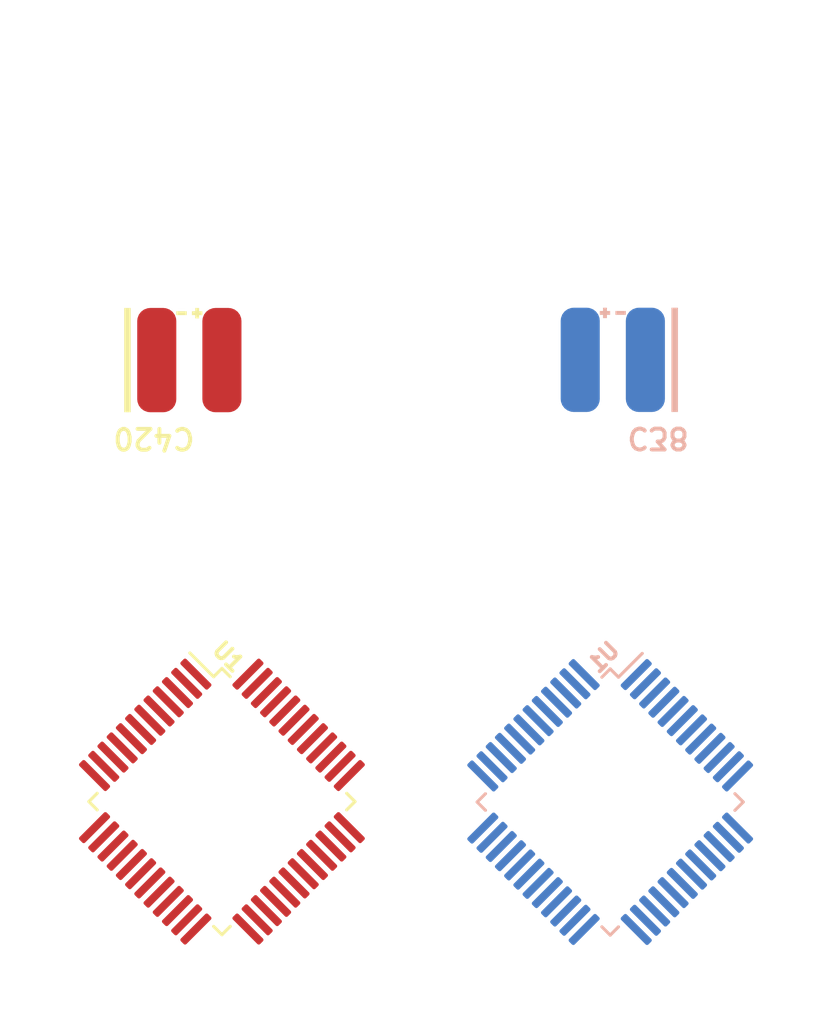
<source format=kicad_pcb>
(kicad_pcb (version 20221018) (generator pcbnew)
  (layers (0 "F.Cu" signal) (31 "B.Cu" signal) (34 "B.Paste" user) (35 "F.Paste" user) (36 "B.SilkS" user "B.Silkscreen") (37 "F.SilkS" user "F.Silkscreen") (38 "B.Mask" user) (39 "F.Mask" user) (44 "Edge.Cuts" user))
  (net 0 "")
  (net 1 "GND")
  (net 2 "+5V")
  (footprint "Package_QFP:LQFP-48_7x7mm_P0.5mm" (layer "F.Cu") (at 108.560109 121.713445 -45)
    (fp_text reference "U1" (at -3.747666 -4.101219 135) (layer "F.SilkS") (effects (font (size 0.6 0.6))))
    (fp_text value "MaxLinear_XR22417-48")
    (fp_line (start -3.61 -3.61) (end -3.61 -3.16) (stroke (width 0.12)) (layer "F.SilkS"))
    (fp_line (start -3.61 -3.16) (end -4.9 -3.16) (stroke (width 0.12)) (layer "F.SilkS"))
    (fp_line (start -3.61 3.61) (end -3.61 3.16) (stroke (width 0.12)) (layer "F.SilkS"))
    (fp_line (start -3.16 -3.61) (end -3.61 -3.61) (stroke (width 0.12)) (layer "F.SilkS"))
    (fp_line (start -3.16 3.61) (end -3.61 3.61) (stroke (width 0.12)) (layer "F.SilkS"))
    (fp_line (start 3.16 -3.61) (end 3.61 -3.61) (stroke (width 0.12)) (layer "F.SilkS"))
    (fp_line (start 3.16 3.61) (end 3.61 3.61) (stroke (width 0.12)) (layer "F.SilkS"))
    (fp_line (start 3.61 -3.61) (end 3.61 -3.16) (stroke (width 0.12)) (layer "F.SilkS"))
    (fp_line (start 3.61 3.61) (end 3.61 3.16) (stroke (width 0.12)) (layer "F.SilkS"))
    (pad "1" smd roundrect (at -4.1625 -2.75 315) (size 1.475 0.3) (layers "F.Cu" "F.Paste" "F.Mask"))
    (pad "2" smd roundrect (at -4.1625 -2.25 315) (size 1.475 0.3) (layers "F.Cu" "F.Paste" "F.Mask"))
    (pad "3" smd roundrect (at -4.1625 -1.75 315) (size 1.475 0.3) (layers "F.Cu" "F.Paste" "F.Mask"))
    (pad "4" smd roundrect (at -4.1625 -1.25 315) (size 1.475 0.3) (layers "F.Cu" "F.Paste" "F.Mask"))
    (pad "5" smd roundrect (at -4.1625 -0.75 315) (size 1.475 0.3) (layers "F.Cu" "F.Paste" "F.Mask"))
    (pad "6" smd roundrect (at -4.1625 -0.25 315) (size 1.475 0.3) (layers "F.Cu" "F.Paste" "F.Mask"))
    (pad "7" smd roundrect (at -4.1625 0.25 315) (size 1.475 0.3) (layers "F.Cu" "F.Paste" "F.Mask"))
    (pad "8" smd roundrect (at -4.1625 0.75 315) (size 1.475 0.3) (layers "F.Cu" "F.Paste" "F.Mask"))
    (pad "9" smd roundrect (at -4.1625 1.25 315) (size 1.475 0.3) (layers "F.Cu" "F.Paste" "F.Mask"))
    (pad "10" smd roundrect (at -4.1625 1.75 315) (size 1.475 0.3) (layers "F.Cu" "F.Paste" "F.Mask"))
    (pad "11" smd roundrect (at -4.1625 2.25 315) (size 1.475 0.3) (layers "F.Cu" "F.Paste" "F.Mask"))
    (pad "12" smd roundrect (at -4.1625 2.75 315) (size 1.475 0.3) (layers "F.Cu" "F.Paste" "F.Mask"))
    (pad "13" smd roundrect (at -2.75 4.1625 315) (size 0.3 1.475) (layers "F.Cu" "F.Paste" "F.Mask"))
    (pad "14" smd roundrect (at -2.25 4.1625 315) (size 0.3 1.475) (layers "F.Cu" "F.Paste" "F.Mask"))
    (pad "15" smd roundrect (at -1.75 4.1625 315) (size 0.3 1.475) (layers "F.Cu" "F.Paste" "F.Mask"))
    (pad "16" smd roundrect (at -1.25 4.1625 315) (size 0.3 1.475) (layers "F.Cu" "F.Paste" "F.Mask"))
    (pad "17" smd roundrect (at -0.75 4.1625 315) (size 0.3 1.475) (layers "F.Cu" "F.Paste" "F.Mask"))
    (pad "18" smd roundrect (at -0.25 4.1625 315) (size 0.3 1.475) (layers "F.Cu" "F.Paste" "F.Mask"))
    (pad "19" smd roundrect (at 0.25 4.1625 315) (size 0.3 1.475) (layers "F.Cu" "F.Paste" "F.Mask"))
    (pad "20" smd roundrect (at 0.75 4.1625 315) (size 0.3 1.475) (layers "F.Cu" "F.Paste" "F.Mask"))
    (pad "21" smd roundrect (at 1.25 4.1625 315) (size 0.3 1.475) (layers "F.Cu" "F.Paste" "F.Mask"))
    (pad "22" smd roundrect (at 1.75 4.1625 315) (size 0.3 1.475) (layers "F.Cu" "F.Paste" "F.Mask"))
    (pad "23" smd roundrect (at 2.25 4.1625 315) (size 0.3 1.475) (layers "F.Cu" "F.Paste" "F.Mask"))
    (pad "24" smd roundrect (at 2.75 4.1625 315) (size 0.3 1.475) (layers "F.Cu" "F.Paste" "F.Mask"))
    (pad "25" smd roundrect (at 4.1625 2.75 315) (size 1.475 0.3) (layers "F.Cu" "F.Paste" "F.Mask"))
    (pad "26" smd roundrect (at 4.1625 2.25 315) (size 1.475 0.3) (layers "F.Cu" "F.Paste" "F.Mask"))
    (pad "27" smd roundrect (at 4.1625 1.75 315) (size 1.475 0.3) (layers "F.Cu" "F.Paste" "F.Mask"))
    (pad "28" smd roundrect (at 4.1625 1.25 315) (size 1.475 0.3) (layers "F.Cu" "F.Paste" "F.Mask"))
    (pad "29" smd roundrect (at 4.1625 0.75 315) (size 1.475 0.3) (layers "F.Cu" "F.Paste" "F.Mask"))
    (pad "30" smd roundrect (at 4.1625 0.25 315) (size 1.475 0.3) (layers "F.Cu" "F.Paste" "F.Mask"))
    (pad "31" smd roundrect (at 4.1625 -0.25 315) (size 1.475 0.3) (layers "F.Cu" "F.Paste" "F.Mask"))
    (pad "32" smd roundrect (at 4.1625 -0.75 315) (size 1.475 0.3) (layers "F.Cu" "F.Paste" "F.Mask"))
    (pad "33" smd roundrect (at 4.1625 -1.25 315) (size 1.475 0.3) (layers "F.Cu" "F.Paste" "F.Mask"))
    (pad "34" smd roundrect (at 4.1625 -1.75 315) (size 1.475 0.3) (layers "F.Cu" "F.Paste" "F.Mask"))
    (pad "35" smd roundrect (at 4.1625 -2.25 315) (size 1.475 0.3) (layers "F.Cu" "F.Paste" "F.Mask"))
    (pad "36" smd roundrect (at 4.1625 -2.75 315) (size 1.475 0.3) (layers "F.Cu" "F.Paste" "F.Mask"))
    (pad "37" smd roundrect (at 2.75 -4.1625 315) (size 0.3 1.475) (layers "F.Cu" "F.Paste" "F.Mask"))
    (pad "38" smd roundrect (at 2.25 -4.1625 315) (size 0.3 1.475) (layers "F.Cu" "F.Paste" "F.Mask"))
    (pad "39" smd roundrect (at 1.75 -4.1625 315) (size 0.3 1.475) (layers "F.Cu" "F.Paste" "F.Mask"))
    (pad "40" smd roundrect (at 1.25 -4.1625 315) (size 0.3 1.475) (layers "F.Cu" "F.Paste" "F.Mask"))
    (pad "41" smd roundrect (at 0.75 -4.1625 315) (size 0.3 1.475) (layers "F.Cu" "F.Paste" "F.Mask"))
    (pad "42" smd roundrect (at 0.25 -4.1625 315) (size 0.3 1.475) (layers "F.Cu" "F.Paste" "F.Mask"))
    (pad "43" smd roundrect (at -0.25 -4.1625 315) (size 0.3 1.475) (layers "F.Cu" "F.Paste" "F.Mask"))
    (pad "44" smd roundrect (at -0.75 -4.1625 315) (size 0.3 1.475) (layers "F.Cu" "F.Paste" "F.Mask"))
    (pad "45" smd roundrect (at -1.25 -4.1625 315) (size 0.3 1.475) (layers "F.Cu" "F.Paste" "F.Mask"))
    (pad "46" smd roundrect (at -1.75 -4.1625 315) (size 0.3 1.475) (layers "F.Cu" "F.Paste" "F.Mask"))
    (pad "47" smd roundrect (at -2.25 -4.1625 315) (size 0.3 1.475) (layers "F.Cu" "F.Paste" "F.Mask"))
    (pad "48" smd roundrect (at -2.75 -4.1625 315) (size 0.3 1.475) (layers "F.Cu" "F.Paste" "F.Mask"))
  )
  (footprint "Capacitor_SMD:CP_Elec_6.3x11_Board_Edge_Mirrored" (layer "F.Cu") (at 107.31 102.5325)
    (fp_text reference "C420" (at -3 5.25 180 unlocked) (layer "F.SilkS") (effects (font (size 0.8 0.8)) (justify right)))
    (fp_text value "330uF 10V")
    (fp_poly (pts (xy -2.25 4.25) (xy -2.5 4.25) (xy -2.5 0.25) (xy -2.25 0.25)) (fill solid) (layer "F.SilkS"))
    (fp_poly (pts (xy -0.1 0.525) (xy -0.5 0.525) (xy -0.5 0.375) (xy -0.1 0.375)) (fill solid) (layer "F.SilkS"))
    (fp_poly (pts (xy 0.375 0.375) (xy 0.5 0.375) (xy 0.5 0.525) (xy 0.375 0.525) (xy 0.375 0.65) (xy 0.225 0.65) (xy 0.225 0.525) (xy 0.1 0.525) (xy 0.1 0.375) (xy 0.225 0.375) (xy 0.225 0.25) (xy 0.375 0.25)) (fill solid) (layer "F.SilkS"))
    (pad "1" smd roundrect (at 1.25 2.25) (size 1.5 4) (layers "F.Cu" "F.Paste" "F.Mask") (roundrect_rratio 0.333))
    (pad "2" smd roundrect (at -1.25 2.25) (size 1.5 4) (layers "F.Cu" "F.Paste" "F.Mask") (roundrect_rratio 0.333))
  )
  (footprint "Package_QFP:LQFP-48_7x7mm_P0.5mm" (layer "B.Cu") (at 123.46 121.73 -135)
    (fp_text reference "U1" (at -3.747666 4.101219 45) (layer "B.SilkS") (effects (font (size 0.6 0.6)) (justify mirror)))
    (fp_text value "MaxLinear_XR22417-48")
    (fp_line (start -3.61 -3.61) (end -3.61 -3.16) (stroke (width 0.12)) (layer "B.SilkS"))
    (fp_line (start -3.61 3.16) (end -4.9 3.16) (stroke (width 0.12)) (layer "B.SilkS"))
    (fp_line (start -3.61 3.61) (end -3.61 3.16) (stroke (width 0.12)) (layer "B.SilkS"))
    (fp_line (start -3.16 -3.61) (end -3.61 -3.61) (stroke (width 0.12)) (layer "B.SilkS"))
    (fp_line (start -3.16 3.61) (end -3.61 3.61) (stroke (width 0.12)) (layer "B.SilkS"))
    (fp_line (start 3.16 -3.61) (end 3.61 -3.61) (stroke (width 0.12)) (layer "B.SilkS"))
    (fp_line (start 3.16 3.61) (end 3.61 3.61) (stroke (width 0.12)) (layer "B.SilkS"))
    (fp_line (start 3.61 -3.61) (end 3.61 -3.16) (stroke (width 0.12)) (layer "B.SilkS"))
    (fp_line (start 3.61 3.61) (end 3.61 3.16) (stroke (width 0.12)) (layer "B.SilkS"))
    (pad "1" smd roundrect (at -4.1625 2.75 225) (size 1.475 0.3) (layers "B.Cu" "B.Paste" "B.Mask"))
    (pad "2" smd roundrect (at -4.1625 2.25 225) (size 1.475 0.3) (layers "B.Cu" "B.Paste" "B.Mask"))
    (pad "3" smd roundrect (at -4.1625 1.75 225) (size 1.475 0.3) (layers "B.Cu" "B.Paste" "B.Mask"))
    (pad "4" smd roundrect (at -4.1625 1.25 225) (size 1.475 0.3) (layers "B.Cu" "B.Paste" "B.Mask"))
    (pad "5" smd roundrect (at -4.1625 0.75 225) (size 1.475 0.3) (layers "B.Cu" "B.Paste" "B.Mask"))
    (pad "6" smd roundrect (at -4.1625 0.25 225) (size 1.475 0.3) (layers "B.Cu" "B.Paste" "B.Mask"))
    (pad "7" smd roundrect (at -4.1625 -0.25 225) (size 1.475 0.3) (layers "B.Cu" "B.Paste" "B.Mask"))
    (pad "8" smd roundrect (at -4.1625 -0.75 225) (size 1.475 0.3) (layers "B.Cu" "B.Paste" "B.Mask"))
    (pad "9" smd roundrect (at -4.1625 -1.25 225) (size 1.475 0.3) (layers "B.Cu" "B.Paste" "B.Mask"))
    (pad "10" smd roundrect (at -4.1625 -1.75 225) (size 1.475 0.3) (layers "B.Cu" "B.Paste" "B.Mask"))
    (pad "11" smd roundrect (at -4.1625 -2.25 225) (size 1.475 0.3) (layers "B.Cu" "B.Paste" "B.Mask"))
    (pad "12" smd roundrect (at -4.1625 -2.75 225) (size 1.475 0.3) (layers "B.Cu" "B.Paste" "B.Mask"))
    (pad "13" smd roundrect (at -2.75 -4.1625 225) (size 0.3 1.475) (layers "B.Cu" "B.Paste" "B.Mask"))
    (pad "14" smd roundrect (at -2.25 -4.1625 225) (size 0.3 1.475) (layers "B.Cu" "B.Paste" "B.Mask"))
    (pad "15" smd roundrect (at -1.75 -4.1625 225) (size 0.3 1.475) (layers "B.Cu" "B.Paste" "B.Mask"))
    (pad "16" smd roundrect (at -1.25 -4.1625 225) (size 0.3 1.475) (layers "B.Cu" "B.Paste" "B.Mask"))
    (pad "17" smd roundrect (at -0.75 -4.1625 225) (size 0.3 1.475) (layers "B.Cu" "B.Paste" "B.Mask"))
    (pad "18" smd roundrect (at -0.25 -4.1625 225) (size 0.3 1.475) (layers "B.Cu" "B.Paste" "B.Mask"))
    (pad "19" smd roundrect (at 0.25 -4.1625 225) (size 0.3 1.475) (layers "B.Cu" "B.Paste" "B.Mask"))
    (pad "20" smd roundrect (at 0.75 -4.1625 225) (size 0.3 1.475) (layers "B.Cu" "B.Paste" "B.Mask"))
    (pad "21" smd roundrect (at 1.25 -4.1625 225) (size 0.3 1.475) (layers "B.Cu" "B.Paste" "B.Mask"))
    (pad "22" smd roundrect (at 1.75 -4.1625 225) (size 0.3 1.475) (layers "B.Cu" "B.Paste" "B.Mask"))
    (pad "23" smd roundrect (at 2.25 -4.1625 225) (size 0.3 1.475) (layers "B.Cu" "B.Paste" "B.Mask"))
    (pad "24" smd roundrect (at 2.75 -4.1625 225) (size 0.3 1.475) (layers "B.Cu" "B.Paste" "B.Mask"))
    (pad "25" smd roundrect (at 4.1625 -2.75 225) (size 1.475 0.3) (layers "B.Cu" "B.Paste" "B.Mask"))
    (pad "26" smd roundrect (at 4.1625 -2.25 225) (size 1.475 0.3) (layers "B.Cu" "B.Paste" "B.Mask"))
    (pad "27" smd roundrect (at 4.1625 -1.75 225) (size 1.475 0.3) (layers "B.Cu" "B.Paste" "B.Mask"))
    (pad "28" smd roundrect (at 4.1625 -1.25 225) (size 1.475 0.3) (layers "B.Cu" "B.Paste" "B.Mask"))
    (pad "29" smd roundrect (at 4.1625 -0.75 225) (size 1.475 0.3) (layers "B.Cu" "B.Paste" "B.Mask"))
    (pad "30" smd roundrect (at 4.1625 -0.25 225) (size 1.475 0.3) (layers "B.Cu" "B.Paste" "B.Mask"))
    (pad "31" smd roundrect (at 4.1625 0.25 225) (size 1.475 0.3) (layers "B.Cu" "B.Paste" "B.Mask"))
    (pad "32" smd roundrect (at 4.1625 0.75 225) (size 1.475 0.3) (layers "B.Cu" "B.Paste" "B.Mask"))
    (pad "33" smd roundrect (at 4.1625 1.25 225) (size 1.475 0.3) (layers "B.Cu" "B.Paste" "B.Mask"))
    (pad "34" smd roundrect (at 4.1625 1.75 225) (size 1.475 0.3) (layers "B.Cu" "B.Paste" "B.Mask"))
    (pad "35" smd roundrect (at 4.1625 2.25 225) (size 1.475 0.3) (layers "B.Cu" "B.Paste" "B.Mask"))
    (pad "36" smd roundrect (at 4.1625 2.75 225) (size 1.475 0.3) (layers "B.Cu" "B.Paste" "B.Mask"))
    (pad "37" smd roundrect (at 2.75 4.1625 225) (size 0.3 1.475) (layers "B.Cu" "B.Paste" "B.Mask"))
    (pad "38" smd roundrect (at 2.25 4.1625 225) (size 0.3 1.475) (layers "B.Cu" "B.Paste" "B.Mask"))
    (pad "39" smd roundrect (at 1.75 4.1625 225) (size 0.3 1.475) (layers "B.Cu" "B.Paste" "B.Mask"))
    (pad "40" smd roundrect (at 1.25 4.1625 225) (size 0.3 1.475) (layers "B.Cu" "B.Paste" "B.Mask"))
    (pad "41" smd roundrect (at 0.75 4.1625 225) (size 0.3 1.475) (layers "B.Cu" "B.Paste" "B.Mask"))
    (pad "42" smd roundrect (at 0.25 4.1625 225) (size 0.3 1.475) (layers "B.Cu" "B.Paste" "B.Mask"))
    (pad "43" smd roundrect (at -0.25 4.1625 225) (size 0.3 1.475) (layers "B.Cu" "B.Paste" "B.Mask"))
    (pad "44" smd roundrect (at -0.75 4.1625 225) (size 0.3 1.475) (layers "B.Cu" "B.Paste" "B.Mask"))
    (pad "45" smd roundrect (at -1.25 4.1625 225) (size 0.3 1.475) (layers "B.Cu" "B.Paste" "B.Mask"))
    (pad "46" smd roundrect (at -1.75 4.1625 225) (size 0.3 1.475) (layers "B.Cu" "B.Paste" "B.Mask"))
    (pad "47" smd roundrect (at -2.25 4.1625 225) (size 0.3 1.475) (layers "B.Cu" "B.Paste" "B.Mask"))
    (pad "48" smd roundrect (at -2.75 4.1625 225) (size 0.3 1.475) (layers "B.Cu" "B.Paste" "B.Mask"))
  )
  (footprint "Capacitor_SMD:CP_Elec_6.3x11_Board_Edge_Mirrored" (layer "B.Cu") (at 123.56 102.5225 180)
    (fp_text reference "C38" (at -3 -5.25 180 unlocked) (layer "B.SilkS") (effects (font (size 0.8 0.8)) (justify right mirror)))
    (fp_text value "330uF 10V")
    (fp_poly (pts (xy -2.25 -4.25) (xy -2.5 -4.25) (xy -2.5 -0.25) (xy -2.25 -0.25)) (fill solid) (layer "B.SilkS"))
    (fp_poly (pts (xy -0.1 -0.525) (xy -0.5 -0.525) (xy -0.5 -0.375) (xy -0.1 -0.375)) (fill solid) (layer "B.SilkS"))
    (fp_poly (pts (xy 0.375 -0.375) (xy 0.5 -0.375) (xy 0.5 -0.525) (xy 0.375 -0.525) (xy 0.375 -0.65) (xy 0.225 -0.65) (xy 0.225 -0.525) (xy 0.1 -0.525) (xy 0.1 -0.375) (xy 0.225 -0.375) (xy 0.225 -0.25) (xy 0.375 -0.25)) (fill solid) (layer "B.SilkS"))
    (pad "1" smd roundrect (at 1.25 -2.25 180) (size 1.5 4) (layers "B.Cu" "B.Paste" "B.Mask") (roundrect_rratio 0.333) (net 2 "+5V"))
    (pad "2" smd roundrect (at -1.25 -2.25 180) (size 1.5 4) (layers "B.Cu" "B.Paste" "B.Mask") (roundrect_rratio 0.333) (net 1 "GND"))
  )
)
</source>
